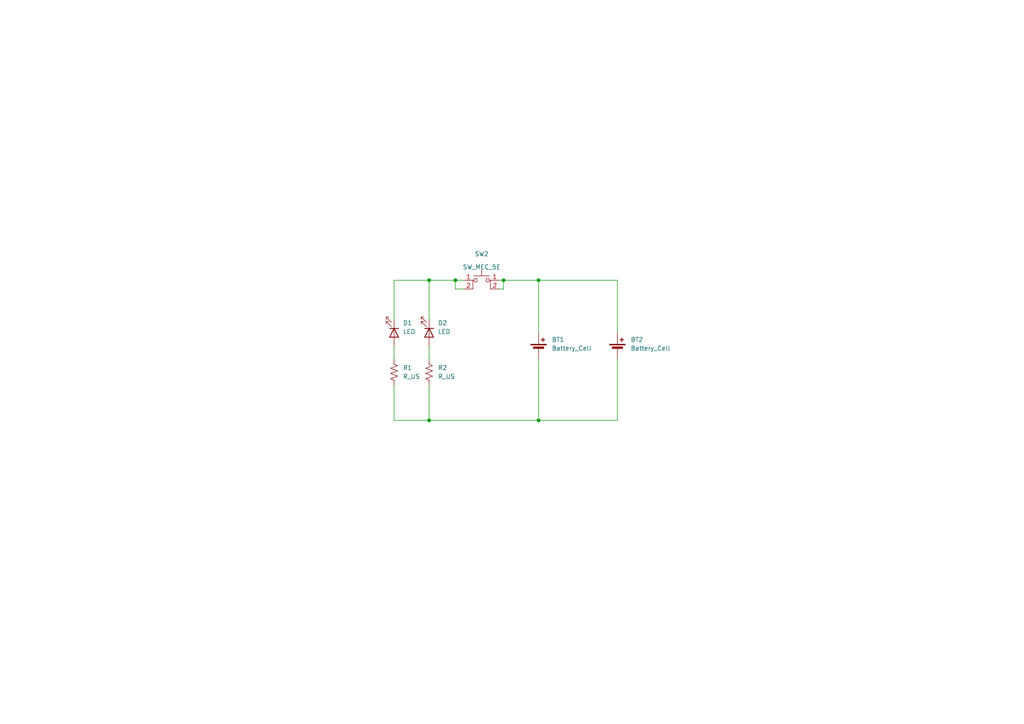
<source format=kicad_sch>
(kicad_sch (version 20230121) (generator eeschema)
  (paper "A4")
  (lib_symbols
    (symbol "Device:Battery_Cell" (pin_numbers hide) (pin_names (offset 0) hide)
      (property "Reference" "BT" (at 2.54 2.54 0))
      (property "Value" "Battery_Cell" (at 2.54 0 0))
      (symbol "Battery_Cell_0_1"
        (rectangle (start -2.286 1.778) (end 2.286 1.524) (fill (type outline)))
        (rectangle (start -1.524 1.016) (end 1.524 0.508) (fill (type outline)))
        (polyline (pts (xy 0 0.762) (xy 0 0)))
        (polyline (pts (xy 0 1.778) (xy 0 2.54)))
        (polyline (pts (xy 0.762 3.048) (xy 1.778 3.048)) (stroke (width 0.254)))
        (polyline (pts (xy 1.27 3.556) (xy 1.27 2.54)) (stroke (width 0.254)))
      )
      (symbol "Battery_Cell_1_1"
        (pin passive line (at 0 5.08 270) (length 2.54) (name "+") (number "1"))
        (pin passive line (at 0 -2.54 90) (length 2.54) (name "-") (number "2"))
      )
    )
    (symbol "Device:LED" (pin_numbers hide) (pin_names (offset 1.016) hide)
      (property "Reference" "D" (at 0 2.54 0))
      (property "Value" "LED" (at 0 -2.54 0))
      (symbol "LED_0_1"
        (polyline (pts (xy -1.27 -1.27) (xy -1.27 1.27)) (stroke (width 0.254)))
        (polyline (pts (xy -1.27 0) (xy 1.27 0)))
        (polyline (pts (xy 1.27 -1.27) (xy 1.27 1.27) (xy -1.27 0) (xy 1.27 -1.27)) (stroke (width 0.254)))
        (polyline (pts (xy -3.048 -0.762) (xy -4.572 -2.286) (xy -3.81 -2.286) (xy -4.572 -2.286) (xy -4.572 -1.524)))
        (polyline (pts (xy -1.778 -0.762) (xy -3.302 -2.286) (xy -2.54 -2.286) (xy -3.302 -2.286) (xy -3.302 -1.524)))
      )
      (symbol "LED_1_1"
        (pin passive line (at -3.81 0 0) (length 2.54) (name "K") (number "1"))
        (pin passive line (at 3.81 0 180) (length 2.54) (name "A") (number "2"))
      )
    )
    (symbol "Device:R_US" (pin_numbers hide) (pin_names (offset 0))
      (property "Reference" "R" (at 2.54 0 90))
      (property "Value" "R_US" (at -2.54 0 90))
      (symbol "R_US_0_1"
        (polyline (pts (xy 0 -2.286) (xy 0 -2.54)))
        (polyline (pts (xy 0 2.286) (xy 0 2.54)))
        (polyline (pts (xy 0 -0.762) (xy 1.016 -1.143) (xy 0 -1.524) (xy -1.016 -1.905) (xy 0 -2.286)))
        (polyline (pts (xy 0 0.762) (xy 1.016 0.381) (xy 0 0) (xy -1.016 -0.381) (xy 0 -0.762)))
        (polyline (pts (xy 0 2.286) (xy 1.016 1.905) (xy 0 1.524) (xy -1.016 1.143) (xy 0 0.762)))
      )
      (symbol "R_US_1_1"
        (pin passive line (at 0 3.81 270) (length 1.27) (name "~") (number "1"))
        (pin passive line (at 0 -3.81 90) (length 1.27) (name "~") (number "2"))
      )
    )
    (symbol "Switch:SW_MEC_5E" (pin_names (offset 1.016) hide)
      (property "Reference" "SW2" (at 0 10.16 0))
      (property "Value" "SW_MEC_5E" (at 0 19.05 0))
      (symbol "SW_MEC_5E_0_1"
        (circle (center -1.778 2.54) (radius 0.508))
        (polyline (pts (xy -2.286 3.81) (xy 2.286 3.81)))
        (polyline (pts (xy 0 3.81) (xy 0 5.588)))
        (polyline (pts (xy -2.54 0) (xy -2.54 2.54) (xy -2.286 2.54)))
        (polyline (pts (xy 2.54 0) (xy 2.54 2.54) (xy 2.286 2.54)))
        (circle (center 1.778 2.54) (radius 0.508))
        (pin passive line (at -5.08 2.54 0) (length 2.54) (name "1") (number "1"))
        (pin passive line (at -5.08 0 0) (length 2.54) (name "2") (number "2"))
      )
      (symbol "SW_MEC_5E_1_1"
        (pin passive line (at 5.08 2.54 180) (length 2.54) (name "A") (number "1"))
        (pin passive line (at 5.08 0 180) (length 2.54) (name "K") (number "2"))
      )
    )
  )
  (junction (at 146.05 81.28))
  (junction (at 132.08 81.28))
  (junction (at 124.46 121.92))
  (junction (at 156.21 81.28))
  (junction (at 156.21 121.92))
  (junction (at 124.46 81.28))
  (wire (pts (xy 179.07 104.14) (xy 179.07 121.92)))
  (wire (pts (xy 132.08 81.28) (xy 134.62 81.28)))
  (wire (pts (xy 124.46 100.33) (xy 124.46 104.14)))
  (wire (pts (xy 114.3 111.76) (xy 114.3 121.92)))
  (wire (pts (xy 146.05 83.82) (xy 146.05 81.28)))
  (wire (pts (xy 124.46 121.92) (xy 156.21 121.92)))
  (wire (pts (xy 179.07 81.28) (xy 179.07 96.52)))
  (wire (pts (xy 156.21 81.28) (xy 156.21 96.52)))
  (wire (pts (xy 179.07 121.92) (xy 156.21 121.92)))
  (wire (pts (xy 146.05 81.28) (xy 156.21 81.28)))
  (wire (pts (xy 124.46 81.28) (xy 124.46 92.71)))
  (wire (pts (xy 134.62 83.82) (xy 132.08 83.82)))
  (wire (pts (xy 156.21 81.28) (xy 179.07 81.28)))
  (wire (pts (xy 114.3 81.28) (xy 124.46 81.28)))
  (wire (pts (xy 144.78 81.28) (xy 146.05 81.28)))
  (wire (pts (xy 114.3 81.28) (xy 114.3 92.71)))
  (wire (pts (xy 132.08 83.82) (xy 132.08 81.28)))
  (wire (pts (xy 144.78 83.82) (xy 146.05 83.82)))
  (wire (pts (xy 114.3 121.92) (xy 124.46 121.92)))
  (wire (pts (xy 124.46 81.28) (xy 132.08 81.28)))
  (wire (pts (xy 156.21 104.14) (xy 156.21 121.92)))
  (wire (pts (xy 114.3 100.33) (xy 114.3 104.14)))
  (wire (pts (xy 124.46 111.76) (xy 124.46 121.92)))
  (symbol (lib_id "Device:LED") (at 114.3 96.52 270) (unit 1)
    (property "Reference" "D1" (at 116.84 93.6625 90) (effects (justify left)))
    (property "Value" "LED" (at 116.84 96.2025 90) (effects (justify left)))
    (property "Footprint" "LED_THT:LED_D5.0mm_Clear" (effects hide))
  )
  (symbol (lib_id "Device:Battery_Cell") (at 179.07 101.6 0) (unit 1)
    (property "Reference" "BT2" (at 182.88 98.4885 0) (effects (justify left)))
    (property "Value" "Battery_Cell" (at 182.88 101.0285 0) (effects (justify left)))
    (property "Footprint" "Connector_Molex:Molex_KK-396_A-41791-0002_1x02_P3.96mm_Vertical" (effects hide))
  )
  (symbol (lib_id "Device:R_US") (at 114.3 107.95 0) (unit 1)
    (property "Reference" "R1" (at 116.84 106.68 0) (effects (justify left)))
    (property "Value" "R_US" (at 116.84 109.22 0) (effects (justify left)))
    (property "Footprint" "Resistor_THT:R_Axial_DIN0204_L3.6mm_D1.6mm_P7.62mm_Horizontal" (effects hide))
  )
  (symbol (lib_id "Switch:SW_MEC_5E") (at 139.7 83.82 0) (unit 1)
    (property "Reference" "SW2" (at 139.7 73.66 0))
    (property "Value" "SW_MEC_5E" (at 139.7 77.47 0))
    (property "Footprint" "Button_Switch_THT:SW_PUSH_6mm" (effects hide))
    (property "Datasheet" "http://www.apem.com/int/index.php?controller=attachment&id_attachment=1371" (effects hide))
  )
  (symbol (lib_id "Device:Battery_Cell") (at 156.21 101.6 0) (unit 1)
    (property "Reference" "BT1" (at 160.02 98.4885 0) (effects (justify left)))
    (property "Value" "Battery_Cell" (at 160.02 101.0285 0) (effects (justify left)))
    (property "Footprint" "Connector_Molex:Molex_KK-396_A-41791-0002_1x02_P3.96mm_Vertical" (effects hide))
  )
  (symbol (lib_id "Device:LED") (at 124.46 96.52 270) (unit 1)
    (property "Reference" "D2" (at 127 93.6625 90) (effects (justify left)))
    (property "Value" "LED" (at 127 96.2025 90) (effects (justify left)))
    (property "Footprint" "LED_THT:LED_D5.0mm_Clear" (effects hide))
  )
  (symbol (lib_id "Device:R_US") (at 124.46 107.95 0) (unit 1)
    (property "Reference" "R2" (at 127 106.68 0) (effects (justify left)))
    (property "Value" "R_US" (at 127 109.22 0) (effects (justify left)))
    (property "Footprint" "Resistor_THT:R_Axial_DIN0204_L3.6mm_D1.6mm_P7.62mm_Horizontal" (effects hide))
  )
)
</source>
